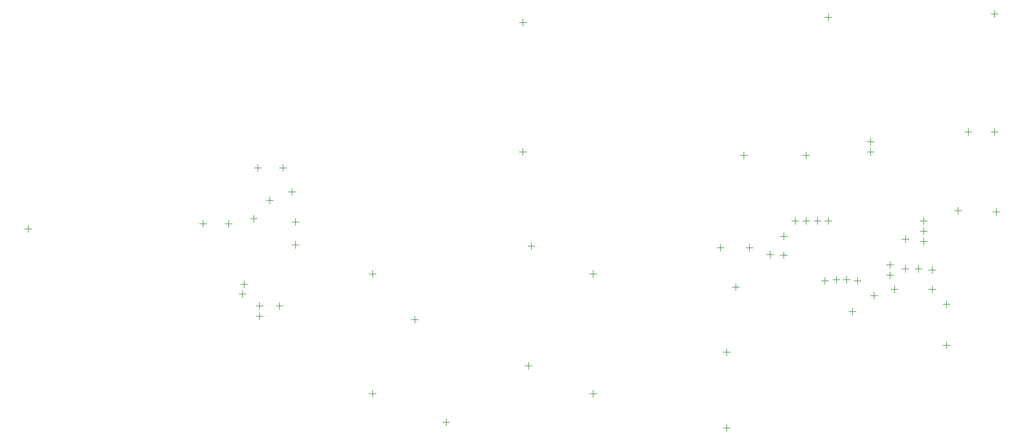
<source format=gbr>
G04*
G04 #@! TF.GenerationSoftware,Altium Limited,Altium Designer,25.5.2 (35)*
G04*
G04 Layer_Color=0*
%FSLAX25Y25*%
%MOIN*%
G70*
G04*
G04 #@! TF.SameCoordinates,CCCDE38D-7695-4EB3-ABC8-F25FB468ABE4*
G04*
G04*
G04 #@! TF.FilePolarity,Positive*
G04*
G01*
G75*
%ADD12C,0.00394*%
%ADD213C,0.00197*%
D12*
X631500Y205532D02*
Y209469D01*
X629531Y207500D02*
X633468D01*
X258032Y278500D02*
X261968D01*
X260000Y276532D02*
Y280469D01*
X272532Y278500D02*
X276468D01*
X274500Y276532D02*
Y280469D01*
X280000Y262531D02*
Y266469D01*
X278031Y264500D02*
X281968D01*
X265084Y259500D02*
X269021D01*
X267053Y257531D02*
Y261469D01*
X255532Y249000D02*
X259469D01*
X257500Y247031D02*
Y250969D01*
X280031Y247000D02*
X283968D01*
X282000Y245031D02*
Y248969D01*
X280031Y233500D02*
X283968D01*
X282000Y231532D02*
Y235469D01*
X270532Y198000D02*
X274468D01*
X272500Y196031D02*
Y199969D01*
X259032Y198000D02*
X262968D01*
X261000Y196031D02*
Y199969D01*
X259032Y192000D02*
X262968D01*
X261000Y190032D02*
Y193968D01*
X249031Y205000D02*
X252969D01*
X251000Y203031D02*
Y206968D01*
X250031Y210500D02*
X253969D01*
X252000Y208531D02*
Y212469D01*
X416032Y163000D02*
X419969D01*
X418000Y161031D02*
Y164969D01*
X416032Y163000D02*
X419969D01*
X418000Y161031D02*
Y164969D01*
X349532Y190000D02*
X353468D01*
X351500Y188031D02*
Y191969D01*
X349532Y190000D02*
X353468D01*
X351500Y188031D02*
Y191969D01*
X124031Y243000D02*
X127969D01*
X126000Y241032D02*
Y244969D01*
X648492Y233531D02*
Y237469D01*
X646523Y235500D02*
X650460D01*
X412532Y288000D02*
X416468D01*
X414500Y286032D02*
Y289968D01*
X412532Y363500D02*
X416468D01*
X414500Y361531D02*
Y365469D01*
X241032Y246000D02*
X244969D01*
X243000Y244032D02*
Y247969D01*
X541532Y286000D02*
X545469D01*
X543500Y284032D02*
Y287968D01*
X578031Y286000D02*
X581968D01*
X580000Y284032D02*
Y287968D01*
X615752Y294000D02*
X619689D01*
X617721Y292032D02*
Y295969D01*
X666532Y253500D02*
X670469D01*
X668500Y251532D02*
Y255469D01*
X646523Y247500D02*
X650460D01*
X648492Y245532D02*
Y249468D01*
X646523Y241500D02*
X650460D01*
X648492Y239531D02*
Y243468D01*
X636031Y237000D02*
X639968D01*
X638000Y235032D02*
Y238968D01*
X651532Y207500D02*
X655469D01*
X653500Y205532D02*
Y209469D01*
X651532Y219000D02*
X655469D01*
X653500Y217032D02*
Y220969D01*
X643532Y219500D02*
X647469D01*
X645500Y217531D02*
Y221468D01*
X636031Y219500D02*
X639968D01*
X638000Y217531D02*
Y221468D01*
X627032Y222000D02*
X630969D01*
X629000Y220031D02*
Y223969D01*
X627032Y216000D02*
X630969D01*
X629000Y214032D02*
Y217969D01*
X597500Y211319D02*
Y215256D01*
X595532Y213287D02*
X599469D01*
X610000Y210531D02*
Y214469D01*
X608032Y212500D02*
X611969D01*
X619500Y202031D02*
Y205968D01*
X617531Y204000D02*
X621468D01*
X691000Y251031D02*
Y254969D01*
X689032Y253000D02*
X692969D01*
X690000Y297532D02*
Y301468D01*
X688031Y299500D02*
X691968D01*
X617500Y286032D02*
Y289968D01*
X615531Y288000D02*
X619468D01*
X593000Y245532D02*
Y249468D01*
X591032Y247500D02*
X594969D01*
X586500Y245532D02*
Y249468D01*
X584531Y247500D02*
X588469D01*
X580000Y245532D02*
Y249468D01*
X578031Y247500D02*
X581968D01*
X573500Y245532D02*
Y249468D01*
X571531Y247500D02*
X575468D01*
X567000Y236531D02*
Y240469D01*
X565031Y238500D02*
X568968D01*
X567000Y225532D02*
Y229468D01*
X565031Y227500D02*
X568968D01*
X559000Y226031D02*
Y229969D01*
X557031Y228000D02*
X560968D01*
X539000Y207031D02*
Y210968D01*
X537032Y209000D02*
X540969D01*
X605031Y194500D02*
X608968D01*
X607000Y192532D02*
Y196468D01*
X591000Y210531D02*
Y214469D01*
X589032Y212500D02*
X592969D01*
X603500Y211319D02*
Y215256D01*
X601532Y213287D02*
X605469D01*
X528031Y232000D02*
X531968D01*
X530000Y230031D02*
Y233968D01*
X545031Y232000D02*
X548969D01*
X547000Y230031D02*
Y233968D01*
X228000Y244032D02*
Y247969D01*
X226031Y246000D02*
X229969D01*
X453532Y146500D02*
X457469D01*
X455500Y144532D02*
Y148468D01*
X453532Y216500D02*
X457469D01*
X455500Y214531D02*
Y218468D01*
X419500Y231031D02*
Y234968D01*
X417531Y233000D02*
X421468D01*
X419500Y231031D02*
Y234968D01*
X417531Y233000D02*
X421468D01*
X325031Y146500D02*
X328969D01*
X327000Y144532D02*
Y148468D01*
X325031Y216500D02*
X328969D01*
X327000Y214531D02*
Y218468D01*
X370000Y128032D02*
Y131968D01*
X368032Y130000D02*
X371969D01*
X370000Y128032D02*
Y131968D01*
X368032Y130000D02*
X371969D01*
X591032Y366500D02*
X594969D01*
X593000Y364531D02*
Y368468D01*
X688031Y368500D02*
X691968D01*
X690000Y366531D02*
Y370468D01*
X660032Y175000D02*
X663969D01*
X662000Y173031D02*
Y176969D01*
X660032Y199000D02*
X663969D01*
X662000Y197031D02*
Y200969D01*
X672532Y299500D02*
X676469D01*
X674500Y297532D02*
Y301468D01*
D213*
X533500Y124531D02*
Y128469D01*
X531531Y126500D02*
X535468D01*
X531531Y171000D02*
X535468D01*
X533500Y169032D02*
Y172968D01*
M02*

</source>
